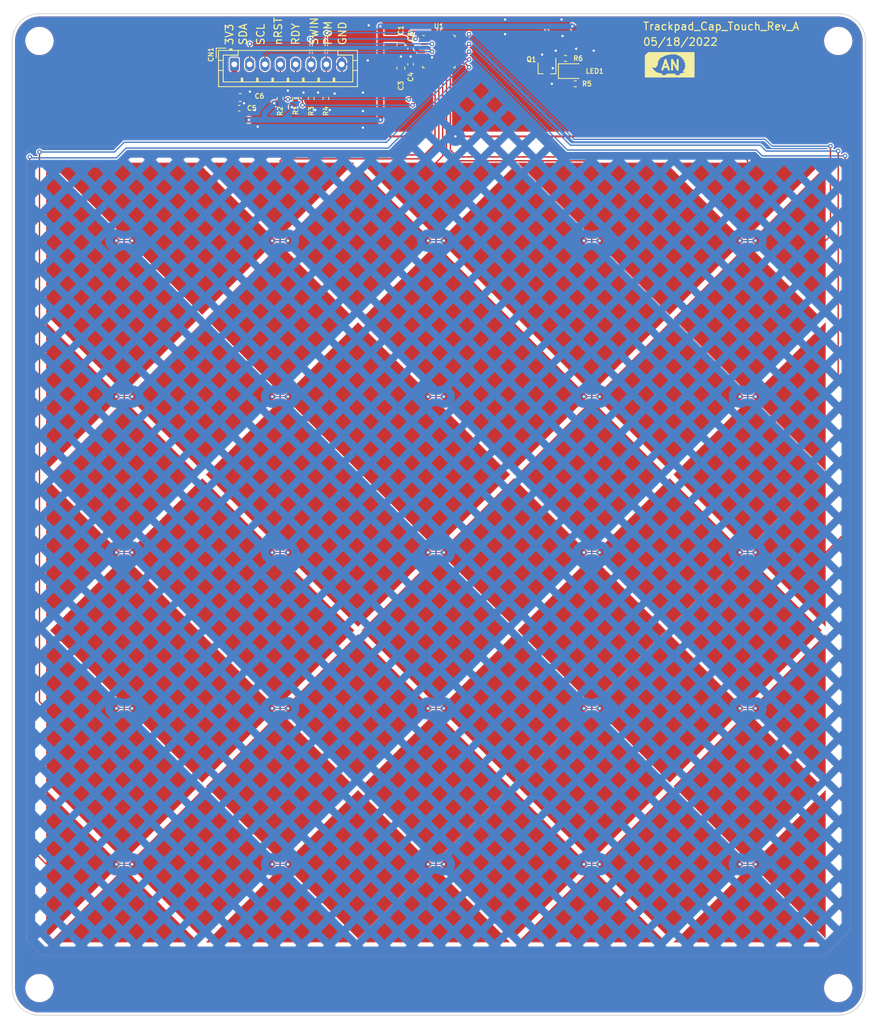
<source format=kicad_pcb>
(kicad_pcb (version 20211014) (generator pcbnew)
  (layers (0 "F.Cu" signal) (31 "B.Cu" signal) (34 "B.Paste" user) (35 "F.Paste" user) (36 "B.SilkS" user "B.Silkscreen") (37 "F.SilkS" user "F.Silkscreen") (38 "B.Mask" user) (39 "F.Mask" user) (44 "Edge.Cuts" user))
  (net 0 "")
  (net 1 "+3V3")
  (net 2 "GND")
  (net 3 "Net-(C3-Pad1)")
  (net 4 "/I2C_SDA")
  (net 5 "/I2C_SCL")
  (net 6 "/CAP_nRST")
  (net 7 "/CAP_RDY")
  (net 8 "/CAP_SWIN")
  (net 9 "/CAP_PGM")
  (net 10 "Net-(LED1-Pad1)")
  (net 11 "Net-(LED1-Pad2)")
  (net 12 "Net-(R6-Pad2)")
  (net 13 "Net-(R6-Pad1)")
  (net 14 "/RX0")
  (net 15 "/RX1")
  (net 16 "/RX2")
  (net 17 "/RX3")
  (net 18 "/RX4")
  (net 19 "/TX0")
  (net 20 "/TX1")
  (net 21 "/TX2")
  (net 22 "/TX3")
  (net 23 "/TX4")
  (footprint "personal:IQS525-BL-QNR_Diamond" (layer "F.Cu") (at 121.285 85.979)
    (fp_text reference "TP37" hide)
    (fp_text value "TestPoint")
  )
  (footprint "personal:IQS525-BL-QNR_Diamond" (layer "F.Cu") (at 100.965 106.299)
    (fp_text reference "TP28" hide)
    (fp_text value "TestPoint")
  )
  (footprint "personal:IQS525-BL-QNR_Diamond" (layer "F.Cu") (at 100.965 65.659)
    (fp_text reference "TP26" hide)
    (fp_text value "TestPoint")
  )
  (footprint "personal:IQS525-BL-QNR_Diamond" (layer "F.Cu") (at 141.605 65.659)
    (fp_text reference "TP56" hide)
    (fp_text value "TestPoint")
  )
  (footprint "Capacitor_SMD:C_0603_1608Metric" (layer "F.Cu") (at 85.598 46.99)
    (fp_text reference "C6")
    (fp_text value "2.2uF")
  )
  (footprint "personal:IQS525-BL-QNR_Side" (layer "F.Cu") (at 60.325 65.659 -90)
    (fp_text reference "TP6" hide)
    (fp_text value "TestPoint")
  )
  (footprint "Capacitor_SMD:C_0603_1608Metric" (layer "F.Cu") (at 106.553 40.132 -90)
    (fp_text reference "C1")
    (fp_text value "2.2uF")
  )
  (footprint "personal:IQS525-BL-QNR_Side" (layer "F.Cu") (at 161.925 126.619 90)
    (fp_text reference "TP49" hide)
    (fp_text value "TestPoint")
  )
  (footprint "Resistor_SMD:R_0402_1005Metric" (layer "F.Cu") (at 129.286 45.212)
    (fp_text reference "R5")
    (fp_text value "1k")
  )
  (footprint "personal:IQS525-BL-QNR_Diamond" (layer "F.Cu") (at 131.445 96.139)
    (fp_text reference "TP24" hide)
    (fp_text value "TestPoint")
  )
  (footprint "personal:IQS525-BL-QNR_Diamond" (layer "F.Cu") (at 151.765 75.819)
    (fp_text reference "TP15" hide)
    (fp_text value "TestPoint")
  )
  (footprint "personal:IQS525-BL-QNR_Diamond" (layer "F.Cu") (at 111.125 75.819)
    (fp_text reference "TP13" hide)
    (fp_text value "TestPoint")
  )
  (footprint "Resistor_SMD:R_0402_1005Metric" (layer "F.Cu") (at 90.805 47.117 -90)
    (fp_text reference "R2")
    (fp_text value "4.7k")
  )
  (footprint "personal:IQS525-BL-QNR_Diamond" (layer "F.Cu") (at 141.605 146.939)
    (fp_text reference "TP60" hide)
    (fp_text value "TestPoint")
  )
  (footprint "Connector_JST:JST_PH_B8B-PH-K_1x08_P2.00mm_Vertical" (layer "F.Cu") (at 84.836 42.672)
    (fp_text reference "CN1")
    (fp_text value "B8B-PH-K-S(LF)(SN)")
  )
  (footprint "LED_SMD:LED_0805_2012Metric" (layer "F.Cu") (at 128.778 43.561)
    (fp_text reference "LED1")
    (fp_text value "NCD0805R1")
  )
  (footprint "Capacitor_SMD:C_0402_1005Metric" (layer "F.Cu") (at 107.823 42.672 90)
    (fp_text reference "C4")
    (fp_text value "0.1uF")
  )
  (footprint "personal:IQS525-BL-QNR_Diamond" (layer "F.Cu") (at 121.285 126.619)
    (fp_text reference "TP39" hide)
    (fp_text value "TestPoint")
  )
  (footprint "personal:IQS525-BL-QNR_Side" (layer "F.Cu") (at 131.445 157.099)
    (fp_text reference "TP44" hide)
    (fp_text value "TestPoint")
  )
  (footprint "personal:IQS525-BL-QNR_Diamond" (layer "F.Cu") (at 80.645 85.979)
    (fp_text reference "TP17" hide)
    (fp_text value "TestPoint")
  )
  (footprint "personal:LogoSmall" (layer "F.Cu") (at 138.43 44.323)
    (fp_text reference "REF**" hide)
    (fp_text value "LogoSmall" hide)
  )
  (footprint "Resistor_SMD:R_0402_1005Metric" (layer "F.Cu") (at 96.774 47.117 90)
    (fp_text reference "R4")
    (fp_text value "4.7k")
  )
  (footprint "personal:IQS525-BL-QNR_Side" (layer "F.Cu") (at 90.805 157.099)
    (fp_text reference "TP42" hide)
    (fp_text value "TestPoint")
  )
  (footprint "personal:IQS525-BL-QNR_Side" (layer "F.Cu") (at 151.765 157.099)
    (fp_text reference "TP45" hide)
    (fp_text value "TestPoint")
  )
  (footprint "personal:IQS525-BL-QNR_Side" (layer "F.Cu") (at 151.765 55.499 180)
    (fp_text reference "TP5" hide)
    (fp_text value "TestPoint")
  )
  (footprint "Capacitor_SMD:C_0402_1005Metric" (layer "F.Cu") (at 85.471 48.387)
    (fp_text reference "C5")
    (fp_text value "0.1uF")
  )
  (footprint "personal:IQS525-BL-QNR_Diamond" (layer "F.Cu") (at 131.445 116.459)
    (fp_text reference "TP34" hide)
    (fp_text value "TestPoint")
  )
  (footprint "personal:IQS525-BL-QNR_Diamond" (layer "F.Cu") (at 141.605 106.299)
    (fp_text reference "TP58" hide)
    (fp_text value "TestPoint")
  )
  (footprint "personal:IQS525-BL-QNR_Diamond" (layer "F.Cu") (at 80.645 146.939)
    (fp_text reference "TP20" hide)
    (fp_text value "TestPoint")
  )
  (footprint "personal:IQS525-BL-QNR_Diamond" (layer "F.Cu") (at 90.805 136.779)
    (fp_text reference "TP52" hide)
    (fp_text value "TestPoint")
  )
  (footprint "personal:IQS525-BL-QNR_Diamond" (layer "F.Cu") (at 131.445 75.819)
    (fp_text reference "TP14" hide)
    (fp_text value "TestPoint")
  )
  (footprint "personal:IQS525-BL-QNR_Diamond" (layer "F.Cu") (at 151.765 116.459)
    (fp_text reference "TP35" hide)
    (fp_text value "TestPoint")
  )
  (footprint "personal:IQS525-BL-QNR_Diamond" (layer "F.Cu") (at 151.765 136.779)
    (fp_text reference "TP55" hide)
    (fp_text value "TestPoint")
  )
  (footprint "personal:IQS525-BL-QNR_Diamond" (layer "F.Cu") (at 141.605 85.979)
    (fp_text reference "TP57" hide)
    (fp_text value "TestPoint")
  )
  (footprint "Resistor_SMD:R_0402_1005Metric" (layer "F.Cu") (at 128.016 41.91 180)
    (fp_text reference "R6")
    (fp_text value "100")
  )
  (footprint "MountingHole:MountingHole_3.2mm_M3_ISO7380" (layer "F.Cu") (at 163.576 39.624)
    (fp_text reference "H2" hide)
    (fp_text value "MountingHole")
  )
  (footprint "personal:IQS525-BL-QNR_Diamond" (layer "F.Cu") (at 80.645 106.299)
    (fp_text reference "TP18" hide)
    (fp_text value "TestPoint")
  )
  (footprint "personal:IQS525-BL-QNR_Diamond" (layer "F.Cu") (at 131.445 136.779)
    (fp_text reference "TP54" hide)
    (fp_text value "TestPoint")
  )
  (footprint "MountingHole:MountingHole_3.2mm_M3_ISO7380" (layer "F.Cu") (at 59.436 163.068)
    (fp_text reference "H1" hide)
    (fp_text value "MountingHole")
  )
  (footprint "personal:IQS525-BL-QNR_Side" (layer "F.Cu") (at 161.925 85.979 90)
    (fp_text reference "TP47" hide)
    (fp_text value "TestPoint")
  )
  (footprint "Resistor_SMD:R_0402_1005Metric" (layer "F.Cu") (at 94.869 47.117 90)
    (fp_text reference "R3")
    (fp_text value "4.7k")
  )
  (footprint "personal:IQS525-BL-QNR_Diamond" (layer "F.Cu") (at 100.965 126.619)
    (fp_text reference "TP29" hide)
    (fp_text value "TestPoint")
  )
  (footprint "personal:IQS525-BL-QNR_Diamond" (layer "F.Cu") (at 111.125 96.139)
    (fp_text reference "TP23" hide)
    (fp_text value "TestPoint")
  )
  (footprint "personal:IQS525-BL-QNR_Side" (layer "F.Cu") (at 70.485 157.099)
    (fp_text reference "TP41" hide)
    (fp_text value "TestPoint")
  )
  (footprint "Package_DFN_QFN:QFN-28_4x4mm_P0.5mm" (layer "F.Cu") (at 111.506 41.021)
    (fp_text reference "U1")
    (fp_text value "IQS525-BL-QNR")
  )
  (footprint "personal:IQS525-BL-QNR_Diamond" (layer "F.Cu") (at 100.965 146.939)
    (fp_text reference "TP30" hide)
    (fp_text value "TestPoint")
  )
  (footprint "personal:IQS525-BL-QNR_Diamond" (layer "F.Cu") (at 80.645 65.659)
    (fp_text reference "TP16" hide)
    (fp_text value "TestPoint")
  )
  (footprint "Resistor_SMD:R_0402_1005Metric" (layer "F.Cu") (at 92.837 47.117 -90)
    (fp_text reference "R1")
    (fp_text value "4.7k")
  )
  (footprint "personal:IQS525-BL-QNR_Diamond" (layer "F.Cu") (at 111.125 116.459)
    (fp_text reference "TP33" hide)
    (fp_text value "TestPoint")
  )
  (footprint "personal:IQS525-BL-QNR_Diamond" (layer "F.Cu") (at 70.485 96.139)
    (fp_text reference "TP21" hide)
    (fp_text value "TestPoint")
  )
  (footprint "personal:IQS525-BL-QNR_Diamond" (layer "F.Cu") (at 121.285 146.939)
    (fp_text reference "TP40" hide)
    (fp_text value "TestPoint")
  )
  (footprint "personal:IQS525-BL-QNR_Diamond" (layer "F.Cu") (at 70.485 136.779)
    (fp_text reference "TP51" hide)
    (fp_text value "TestPoint")
  )
  (footprint "Package_TO_SOT_SMD:SOT-323_SC-70" (layer "F.Cu") (at 125.603 43.18 -90)
    (fp_text reference "Q1")
    (fp_text value "BSS138BKW,115")
  )
  (footprint "personal:IQS525-BL-QNR_Side" (layer "F.Cu") (at 60.325 106.299 -90)
    (fp_text reference "TP8" hide)
    (fp_text value "TestPoint")
  )
  (footprint "personal:IQS525-BL-QNR_Side" (layer "F.Cu") (at 70.485 55.499 180)
    (fp_text reference "TP1" hide)
    (fp_text value "TestPoint")
  )
  (footprint "personal:IQS525-BL-QNR_Side" (layer "F.Cu") (at 161.925 146.939 90)
    (fp_text reference "TP50" hide)
    (fp_text value "TestPoint")
  )
  (footprint "personal:IQS525-BL-QNR_Diamond" (layer "F.Cu") (at 90.805 116.459)
    (fp_text reference "TP32" hide)
    (fp_text value "TestPoint")
  )
  (footprint "personal:IQS525-BL-QNR_Diamond" (layer "F.Cu") (at 141.605 126.619)
    (fp_text reference "TP59" hide)
    (fp_text value "TestPoint")
  )
  (footprint "personal:IQS525-BL-QNR_Side" (layer "F.Cu") (at 111.125 157.099)
    (fp_text reference "TP43" hide)
    (fp_text value "TestPoint")
  )
  (footprint "MountingHole:MountingHole_3.2mm_M3_ISO7380" (layer "F.Cu") (at 163.576 163.068 180)
    (fp_text reference "H4" hide)
    (fp_text value "MountingHole")
  )
  (footprint "personal:IQS525-BL-QNR_Diamond" (layer "F.Cu") (at 70.485 75.819)
    (fp_text reference "TP11" hide)
    (fp_text value "TestPoint")
  )
  (footprint "personal:IQS525-BL-QNR_Diamond" (layer "F.Cu") (at 151.765 96.139)
    (fp_text reference "TP25" hide)
    (fp_text value "TestPoint")
  )
  (footprint "personal:IQS525-BL-QNR_Diamond" (layer "F.Cu") (at 100.965 85.979)
    (fp_text reference "TP27" hide)
    (fp_text value "TestPoint")
  )
  (footprint "personal:IQS525-BL-QNR_Diamond" (layer "F.Cu") (at 121.285 65.659)
    (fp_text reference "TP36" hide)
    (fp_text value "TestPoint")
  )
  (footprint "MountingHole:MountingHole_3.2mm_M3_ISO7380" (layer "F.Cu") (at 59.436 39.624)
    (fp_text reference "H3" hide)
    (fp_text value "MountingHole")
  )
  (footprint "personal:IQS525-BL-QNR_Diamond" (layer "F.Cu") (at 80.645 126.619)
    (fp_text reference "TP19" hide)
    (fp_text value "TestPoint")
  )
  (footprint "personal:IQS525-BL-QNR_Side" (layer "F.Cu") (at 161.925 106.299 90)
    (fp_text reference "TP48" hide)
    (fp_text value "TestPoint")
  )
  (footprint "personal:IQS525-BL-QNR_Diamond" (layer "F.Cu") (at 111.125 136.779)
    (fp_text reference "TP53" hide)
    (fp_text value "TestPoint")
  )
  (footprint "personal:IQS525-BL-QNR_Side" (layer "F.Cu") (at 131.445 55.499 180)
    (fp_text reference "TP4" hide)
    (fp_text value "TestPoint")
  )
  (footprint "personal:IQS525-BL-QNR_Diamond" (layer "F.Cu") (at 90.805 96.139)
    (fp_text reference "TP22" hide)
    (fp_text value "TestPoint")
  )
  (footprint "personal:IQS525-BL-QNR_Side" (layer "F.Cu") (at 60.325 85.979 -90)
    (fp_text reference "TP7" hide)
    (fp_text value "TestPoint")
  )
  (footprint "personal:IQS525-BL-QNR_Side" (layer "F.Cu") (at 111.125 55.499 180)
    (fp_text reference "TP3" hide)
    (fp_text value "TestPoint")
  )
  (footprint "personal:IQS525-BL-QNR_Side" (layer "F.Cu") (at 60.325 146.939 -90)
    (fp_text reference "TP10" hide)
    (fp_text value "TestPoint")
  )
  (footprint "personal:IQS525-BL-QNR_Side" (layer "F.Cu") (at 60.325 126.619 -90)
    (fp_text reference "TP9" hide)
    (fp_text value "TestPoint")
  )
  (footprint "Capacitor_SMD:C_0402_1005Metric" (layer "F.Cu") (at 107.823 40.64 -90)
    (fp_text reference "C2")
    (fp_text value "0.1uF")
  )
  (footprint "personal:IQS525-BL-QNR_Diamond" (layer "F.Cu") (at 70.485 116.459)
    (fp_text reference "TP31" hide)
    (fp_text value "TestPoint")
  )
  (footprint "personal:IQS525-BL-QNR_Diamond" (layer "F.Cu") (at 121.285 106.299)
    (fp_text reference "TP38" hide)
    (fp_text value "TestPoint")
  )
  (footprint "personal:IQS525-BL-QNR_Side" (layer "F.Cu") (at 90.805 55.499 180)
    (fp_text reference "TP2" hide)
    (fp_text value "TestPoint")
  )
  (footprint "personal:IQS525-BL-QNR_Diamond" (layer "F.Cu") (at 90.805 75.819)
    (fp_text reference "TP12" hide)
    (fp_text value "TestPoint")
  )
  (footprint "personal:IQS525-BL-QNR_Side" (layer "F.Cu") (at 161.925 65.659 90)
    (fp_text reference "TP46" hide)
    (fp_text value "TestPoint")
  )
  (footprint "Capacitor_SMD:C_0603_1608Metric" (layer "F.Cu") (at 106.553 43.18 90)
    (fp_text reference "C3")
    (fp_text value "2.2uF")
  )
  (gr_line (start 163.576 166.624) (end 59.436 166.624) (layer "Edge.Cuts") (width 0.1))
  (gr_arc (start 55.879999 39.623999) (mid 56.921528 37.109528) (end 59.435999 36.067999) (layer "Edge.Cuts") (width 0.1))
  (gr_arc (start 163.576001 36.067999) (mid 166.090472 37.109528) (end 167.132001 39.623999) (layer "Edge.Cuts") (width 0.1))
  (gr_line (start 55.88 163.068) (end 55.879999 39.623999) (layer "Edge.Cuts") (width 0.1))
  (gr_line (start 59.435999 36.067999) (end 147.828 36.068) (layer "Edge.Cuts") (width 0.1))
  (gr_arc (start 59.436 166.624) (mid 56.921529 165.582471) (end 55.88 163.068) (layer "Edge.Cuts") (width 0.1))
  (gr_line (start 167.132001 39.623999) (end 167.132 163.068) (layer "Edge.Cuts") (width 0.1))
  (gr_line (start 147.828 36.068) (end 163.576001 36.067999) (layer "Edge.Cuts") (width 0.1))
  (gr_arc (start 167.132 163.068) (mid 166.090472 165.582472) (end 163.576 166.624) (layer "Edge.Cuts") (width 0.1))
  (gr_text "GND" (at 98.933 40.259 90) (layer "F.SilkS") (effects (font (size 1 1)) (justify left)))
  (gr_text "RDY" (at 92.837 40.259 90) (layer "F.SilkS") (effects (font (size 1 1)) (justify left)))
  (gr_text "nRST" (at 90.551 40.259 90) (layer "F.SilkS") (effects (font (size 1 1)) (justify left)))
  (gr_text "PGM" (at 97.028 40.259 90) (layer "F.SilkS") (effects (font (size 1 1)) (justify left)))
  (gr_text "Trackpad_Cap_Touch_Rev_A" (at 138.049 37.719) (layer "F.SilkS") (effects (font (size 1 1)) (justify left)))
  (gr_text "SDA" (at 85.979 40.259 90) (layer "F.SilkS") (effects (font (size 1 1)) (justify left)))
  (gr_text "SWIN" (at 95.25 40.259 90) (layer "F.SilkS") (effects (font (size 1 1)) (justify left)))
  (gr_text "SCL" (at 88.265 40.259 90) (layer "F.SilkS") (effects (font (size 1 1)) (justify left)))
  (gr_text "3V3" (at 84.201 40.259 90) (layer "F.SilkS") (effects (font (size 1 1)) (justify left)))
  (gr_text "05/18/2022" (at 138.049 39.751) (layer "F.SilkS") (effects (font (size 1 1)) (justify left)))
  (segment (start 90.68 47.752) (end 90.805 47.627) (width 0.762) (layer "F.Cu") (net 1))
  (segment (start 129.159 46.482) (end 128.776 46.099) (width 0.762) (layer "F.Cu") (net 1))
  (segment (start 128.776 46.099) (end 128.776 45.212) (width 0.762) (layer "F.Cu") (net 1))
  (segment (start 106.54 39.37) (end 106.553 39.357) (width 0.762) (layer "F.Cu") (net 1))
  (segment (start 128.905 37.719) (end 130.73592 39.54992) (width 0.762) (layer "F.Cu") (net 1))
  (segment (start 103.886 49.911) (end 103.886 39.37) (width 0.762) (layer "F.Cu") (net 1))
  (segment (start 109.5685 41.021) (end 108.839 41.021) (width 0.381) (layer "F.Cu") (net 1))
  (segment (start 84.836 46.977) (end 84.823 46.99) (width 0.762) (layer "F.Cu") (net 1))
  (segment (start 130.73592 39.54992) (end 130.73592 45.79408) (width 0.762) (layer "F.Cu") (net 1))
  (segment (start 84.991 48.387) (end 84.991 48.688652) (width 0.762) (layer "F.Cu") (net 1))
  (segment (start 84.836 42.672) (end 84.836 46.977) (width 0.762) (layer "F.Cu") (net 1))
  (segment (start 84.823 46.99) (end 84.823 48.219) (width 0.762) (layer "F.Cu") (net 1))
  (segment (start 107.02 39.357) (end 107.823 40.16) (width 0.762) (layer "F.Cu") (net 1))
  (segment (start 92.329 48.135) (end 92.837 47.627) (width 0.762) (layer "F.Cu") (net 1))
  (segment (start 130.73592 45.79408) (end 130.048 46.482) (width 0.762) (layer "F.Cu") (net 1))
  (segment (start 107.978 40.16) (end 107.823 40.16) (width 0.381) (layer "F.Cu") (net 1))
  (segment (start 108.839 41.021) (end 107.978 40.16) (width 0.381) (layer "F.Cu") (net 1))
  (segment (start 103.886 39.37) (end 103.886 37.719) (width 0.762) (layer "F.Cu") (net 1))
  (segment (start 92.329 48.26) (end 92.329 48.135) (width 0.762) (layer "F.Cu") (net 1))
  (segment (start 90.043 47.752) (end 90.68 47.752) (width 0.762) (layer "F.Cu") (net 1))
  (segment (start 84.991 48.688652) (end 86.213348 49.911) (width 0.762) (layer "F.Cu") (net 1))
  (segment (start 130.048 46.482) (end 129.159 46.482) (width 0.762) (layer "F.Cu") (net 1))
  (segment (start 86.213348 49.911) (end 86.741 49.911) (width 0.762) (layer "F.Cu") (net 1))
  (segment (start 106.553 39.357) (end 107.02 39.357) (width 0.762) (layer "F.Cu") (net 1))
  (segment (start 84.823 48.219) (end 84.991 48.387) (width 0.762) (layer "F.Cu") (net 1))
  (segment (start 103.886 39.37) (end 106.54 39.37) (width 0.762) (layer "F.Cu") (net 1))
  (via (at 90.043 47.752) (size 0.6) (drill 0.3) (layers "F.Cu" "B.Cu") (net 1))
  (via (at 86.741 49.911) (size 0.6) (drill 0.3) (layers "F.Cu" "B.Cu") (net 1))
  (via (at 103.886 49.911) (size 0.6) (drill 0.3) (layers "F.Cu" "B.Cu") (net 1))
  (via (at 128.905 37.719) (size 0.6) (drill 0.3) (layers "F.Cu" "B.Cu") (net 1))
  (via (at 103.886 37.719) (size 0.6) (drill 0.3) (layers "F.Cu" "B.Cu") (net 1))
  (via (at 92.329 48.26) (size 0.6) (drill 0.3) (layers "F.Cu" "B.Cu") (net 1))
  (segment (start 88.773 49.022) (end 90.043 47.752) (width 0.762) (layer "B.Cu") (net 1))
  (segment (start 88.773 49.911) (end 91.313 49.911) (width 0.762) (layer "B.Cu") (net 1))
  (segment (start 91.313 49.911) (end 103.886 49.911) (width 0.762) (layer "B.Cu") (net 1))
  (segment (start 91.313 49.911) (end 92.329 48.895) (width 0.762) (layer "B.Cu") (net 1))
  (segment (start 103.886 37.719) (end 128.905 37.719) (width 0.762) (layer "B.Cu") (net 1))
  (segment (start 88.773 49.911) (end 88.773 49.022) (width 0.762) (layer "B.Cu") (net 1))
  (segment (start 92.329 48.895) (end 92.329 48.26) (width 0.762) (layer "B.Cu") (net 1))
  (segment (start 86.741 49.911) (end 88.773 49.911) (width 0.762) (layer "B.Cu") (net 1))
  (segment (start 165.735 155.575) (end 161.925 159.385) (width 0.254) (layer "F.Cu") (net 2))
  (segment (start 113.665 52.07) (end 163.195 52.07) (width 0.254) (layer "F.Cu") (net 2))
  (segment (start 57.15 53.975) (end 59.055 52.07) (width 0.254) (layer "F.Cu") (net 2))
  (segment (start 59.055 52.07) (end 109.855 52.07) (width 0.254) (layer "F.Cu") (net 2))
  (segment (start 113.665 52.07) (end 113.665 51.054) (width 0.254) (layer "F.Cu") (net 2))
  (segment (start 57.15 156.845) (end 57.15 53.975) (width 0.254) (layer "F.Cu") (net 2))
  (segment (start 161.925 159.385) (end 59.69 159.385) (width 0.254) (layer "F.Cu") (net 2))
  (segment (start 165.735 54.61) (end 165.735 155.575) (width 0.254) (layer "F.Cu") (net 2))
  (segment (start 59.69 159.385) (end 57.15 156.845) (width 0.254) (layer "F.Cu") (net 2))
  (segment (start 163.195 52.07) (end 165.735 54.61) (width 0.254) (layer "F.Cu") (net 2))
  (via (at 93.853 46.355) (size 0.6) (drill 0.3) (layers "F.Cu" "B.Cu") (net 2))
  (via (at 97.282 48.641) (size 0.6) (drill 0.3) (layers "F.Cu" "B.Cu") (net 2))
  (via (at 87.884 50.8) (size 0.6) (drill 0.3) (layers "F.Cu" "B.Cu") (net 2))
  (via (at 95.377 48.641) (size 0.6) (drill 0.3) (layers "F.Cu" "B.Cu") (net 2))
  (via (at 127.508 36.83) (size 0.6) (drill 0.3) (layers "F.Cu" "B.Cu") (net 2))
  (via (at 87.503 48.641) (size 0.6) (drill 0.3) (layers "F.Cu" "B.Cu") (net 2))
  (via (at 131.699 40.894) (size 0.6) (drill 0.3) (layers "F.Cu" "B.Cu") (net 2))
  (via (at 86.106 47.752) (size 0.6) (drill 0.3) (layers "F.Cu" "B.Cu") (net 2))
  (via (at 97.917 46.482) (size 0.6) (drill 0.3) (layers "F.Cu" "B.Cu") (net 2))
  (via (at 107.823 41.656) (size 0.6) (drill 0.3) (layers "F.Cu" "B.Cu") (net 2))
  (via (at 113.665 52.07) (size 0.6) (drill 0.3) (layers "F.Cu" "B.Cu") (net 2))
  (via (at 95.758 46.355) (size 0.6) (drill 0.3) (layers "F.Cu" "B.Cu") (net 2))
  (via (at 91.821 46.101) (size 0.6) (drill 0.3) (layers "F.Cu" "B.Cu") (net 2))
  (via (at 126.238 45.212) (size 0.6) (drill 0.3) (layers "F.Cu" "B.Cu") (net 2))
  (via (at 102.362 37.592) (size 0.6) (drill 0.3) (layers "F.Cu" "B.Cu") (net 2))
  (via (at 101.6 50.927) (size 0.6) (drill 0.3) (layers "F.Cu" "B.Cu") (net 2))
  (via (at 126.746 40.894) (size 0.6) (drill 0.3) (layers "F.Cu" "B.Cu") (net 2))
  (via (at 106.553 41.656) (size 0.6) (drill 0.3) (layers "F.Cu" "B.Cu") (net 2))
  (via (at 126.365 43.18) (size 0.6) (drill 0.3) (layers "F.Cu" "B.Cu") (net 2))
  (via (at 124.968 41.402) (size 0.6) (drill 0.3) (layers "F.Cu" "B.Cu") (net 2))
  (via (at 127.635 38.989) (size 0.6) (drill 0.3) (layers "F.Cu" "B.Cu") (net 2))
  (via (at 120.142 36.83) (size 0.6) (drill 0.3) (layers "F.Cu" "B.Cu") (net 2))
  (via (at 102.235 42.164) (size 0.6) (drill 0.3) (layers "F.Cu" "B.Cu") (net 2))
  (via (at 120.142 38.735) (size 0.6) (drill 0.3) (layers "F.Cu" "B.Cu") (net 2))
  (via (at 129.413 40.64) (size 0.6) (drill 0.3) (layers "F.Cu" "B.Cu") (net 2))
  (via (at 101.6 48.768) (size 0.6) (drill 0.3) (layers "F.Cu" "B.Cu") (net 2))
  (via (at 110.617 41.783) (size 0.6) (drill 0.3) (layers "F.Cu" "B.Cu") (net 2))
  (via (at 86.868 46.228) (size 0.6) (drill 0.3) (layers "F.Cu" "B.Cu") (net 2))
  (via (at 101.6 46.355) (size 0.6) (drill 0.3) (layers "F.Cu" "B.Cu") (net 2))
  (segment (start 109.5685 42.021) (end 108.855 42.021) (width 0.1778) (layer "F.Cu") (net 3))
  (segment (start 107.356 43.152) (end 106.553 43.955) (width 0.1778) (layer "F.Cu") (net 3))
  (segment (start 108.855 42.021) (end 107.823 43.053) (width 0.1778) (layer "F.Cu") (net 3))
  (segment (start 107.823 43.053) (end 107.823 43.152) (width 0.1778) (layer "F.Cu") (net 3))
  (segment (start 107.823 43.152) (end 107.356 43.152) (width 0.1778) (layer "F.Cu") (net 3))
  (segment (start 86.836 40.037) (end 86.836 42.672) (width 0.1778) (layer "F.Cu") (net 4))
  (segment (start 109.5685 40.021) (end 110.601 40.021) (width 0.1778) (layer "F.Cu") (net 4))
  (segment (start 110.601 40.021) (end 110.617 40.005) (width 0.1778) (layer "F.Cu") (net 4))
  (segment (start 86.868 40.005) (end 86.836 40.037) (width 0.1778) (layer "F.Cu") (net 4))
  (via (at 110.617 40.005) (size 0.6) (drill 0.3) (layers "F.Cu" "B.Cu") (net 4))
  (via (at 86.868 40.005) (size 0.6) (drill 0.3) (layers "F.Cu" "B.Cu") (net 4))
  (segment (start 110.617 40.005) (end 86.868 40.005) (width 0.1778) (layer "B.Cu") (net 4))
  (segment (start 109.5685 40.521) (end 110.117 40.521) (width 0.1778) (layer "F.Cu") (net 5))
  (segment (start 110.117 40.521) (end 110.617 41.021) (width 0.1778) (layer "F.Cu") (net 5))
  (via (at 110.617 41.021) (size 0.6) (drill 0.3) (layers "F.Cu" "B.Cu") (net 5))
  (segment (start 88.836 41.466) (end 88.836 42.672) (width 0.1778) (layer "B.Cu") (net 5))
  (segment (start 110.617 41.021) (end 89.281 41.021) (width 0.1778) (layer "B.Cu") (net 5))
  (segment (start 89.281 41.021) (end 88.836 41.466) (width 0.1778) (layer "B.Cu") (net 5))
  (segment (start 109.5085 45.3045) (end 107.569 47.244) (width 0.1778) (layer "F.Cu") (net 6))
  (segment (start 91.821 47.244) (end 91.442 47.244) (width 0.1778) (layer "F.Cu") (net 6))
  (segment (start 109.5085 42.521) (end 109.5085 45.3045) (width 0.1778) (layer "F.Cu") (net 6))
  (segment (start 91.442 47.244) (end 90.805 46.607) (width 0.1778) (layer "F.Cu") (net 6))
  (segment (start 90.836 46.576) (end 90.805 46.607) (width 0.1778) (layer "F.Cu") (net 6))
  (segment (start 90.836 42.672) (end 90.836 46.576) (width 0.1778) (layer "F.Cu") (net 6))
  (via (at 107.569 47.244) (size 0.6) (drill 0.3) (layers "F.Cu" "B.Cu") (net 6))
  (via (at 91.821 47.244) (size 0.6) (drill 0.3) (layers "F.Cu" "B.Cu") (net 6))
  (segment (start 107.569 47.244) (end 91.821 47.244) (width 0.1778) (layer "B.Cu") (net 6))
  (segment (start 92.837 46.607) (end 92.836 46.606) (width 0.1778) (layer "F.Cu") (net 7))
  (segment (start 93.726 47.496) (end 92.837 46.607) (width 0.1778) (layer "F.Cu") (net 7))
  (segment (start 110.006 46.077) (end 108.077 48.006) (width 0.1778) (layer "F.Cu") (net 7))
  (segment (start 93.726 48.006) (end 93.726 47.496) (width 0.1778) (layer "F.Cu") (net 7))
  (segment (start 110.006 43.0185) (end 110.006 46.077) (width 0.1778) (layer "F.Cu") (net 7))
  (segment (start 92.836 46.606) (end 92.836 42.672) (width 0.1778) (layer "F.Cu") (net 7))
  (via (at 93.726 48.006) (size 0.6) (drill 0.3) (layers "F.Cu" "B.Cu") (net 7))
  (via (at 108.077 48.006) (size 0.6) (drill 0.3) (layers "F.Cu" "B.Cu") (net 7))
  (segment (start 93.726 48.006) (end 108.077 48.006) (width 0.1778) (layer "B.Cu") (net 7))
  (segment (start 94.836 39.464) (end 94.836 42.672) (width 0.1778) (layer "F.Cu") (net 8))
  (segment (start 94.742 39.37) (end 94.836 39.464) (width 0.1778) (layer "F.Cu") (net 8))
  (segment (start 108.458 39.37) (end 108.8045 39.0235) (width 0.1778) (layer "F.Cu") (net 8))
  (segment (start 94.836 46.574) (end 94.869 46.607) (width 0.1778) (layer "F.Cu") (net 8))
  (segment (start 94.836 42.672) (end 94.836 46.574) (width 0.1778) (layer "F.Cu") (net 8))
  (segment (start 108.8045 39.0235) (end 110.006 39.0235) (width 0.1778) (layer "F.Cu") (net 8))
  (via (at 94.742 39.37) (size 0.6) (drill 0.3) (layers "F.Cu" "B.Cu") (net 8))
  (via (at 108.458 39.37) (size 0.6) (drill 0.3) (layers "F.Cu" "B.Cu") (net 8))
  (segment (start 94.742 39.37) (end 108.458 39.37) (width 0.1778) (layer "B.Cu") (net 8))
  (segment (start 96.901 38.608) (end 96.836 38.673) (width 0.1778) (layer "F.Cu") (net 9))
  (segment (start 110.506 38.497) (end 110.363 38.354) (width 0.1778) (layer "F.Cu") (net 9))
  (segment (start 96.836 46.545) (end 96.774 46.607) (width 0.1778) (layer "F.Cu") (net 9))
  (segment (start 110.363 38.354) (end 108.1479 38.354) (width 0.1778) (layer "F.Cu") (net 9))
  (segment (start 108.1479 38.354) (end 107.95 38.5519) (width 0.1778) (layer "F.Cu") (net 9))
  (segment (start 96.836 38.673) (end 96.836 42.672) (width 0.1778) (layer "F.Cu") (net 9))
  (segment (start 96.836 42.672) (end 96.836 46.545) (width 0.1778) (layer "F.Cu") (net 9))
  (segment (start 110.506 39.0835) (end 110.506 38.497) (width 0.1778) (layer "F.Cu") (net 9))
  (via (at 107.95 38.5519) (size 0.6) (drill 0.3) (layers "F.Cu" "B.Cu") (net 9))
  (via (at 96.901 38.608) (size 0.6) (drill 0.3) (layers "F.Cu" "B.Cu") (net 9))
  (segment (start 107.95 38.5519) (end 96.9571 38.5519) (width 0.1778) (layer "B.Cu") (net 9))
  (segment (start 96.9571 38.5519) (end 96.901 38.608) (width 0.1778) (layer "B.Cu") (net 9))
  (segment (start 127.2215 44.18) (end 127.8405 43.561) (width 0.1778) (layer "F.Cu") (net 10))
  (segment (start 125.603 44.18) (end 127.2215 44.18) (width 0.1778) (layer "F.Cu") (net 10))
  (segment (start 129.7155 43.561) (end 129.7155 45.1315) (width 0.1778) (layer "F.Cu") (net 11))
  (segment (start 129.7155 45.1315) (end 129.796 45.212) (width 0.1778) (layer "F.Cu") (net 11))
  (segment (start 127.506 41.91) (end 126.523 41.91) (width 0.1778) (layer "F.Cu") (net 12))
  (segment (start 126.523 41.91) (end 126.253 42.18) (width 0.1778) (layer "F.Cu") (net 12))
  (segment (start 125.222 37.846) (end 128.526 41.15) (width 0.1778) (layer "F.Cu") (net 13))
  (segment (start 111.877041 37.846) (end 125.222 37.846) (width 0.1778) (layer "F.Cu") (net 13))
  (segment (start 111.006 39.0835) (end 111.006 38.717041) (width 0.1778) (layer "F.Cu") (net 13))
  (segment (start 111.006 38.717041) (end 111.877041 37.846) (width 0.1778) (layer "F.Cu") (net 13))
  (segment (start 128.526 41.15) (end 128.526 41.91) (width 0.1778) (layer "F.Cu") (net 13))
  (segment (start 70.485 55.372) (end 70.485 156.972) (width 0.1778) (layer "F.Cu") (net 14))
  (segment (start 71.501 54.483) (end 70.485 55.499) (width 0.1778) (layer "F.Cu") (net 14))
  (segment (start 111.006 53.078) (end 109.601 54.483) (width 0.1778) (layer "F.Cu") (net 14))
  (segment (start 109.601 54.483) (end 71.501 54.483) (width 0.1778) (layer "F.Cu") (net 14))
  (segment (start 111.006 42.9585) (end 111.006 53.078) (width 0.1778) (layer "F.Cu") (net 14))
  (segment (start 111.506 53.594) (end 110.109 54.991) (width 0.1778) (layer "F.Cu") (net 15))
  (segment (start 110.109 54.991) (end 91.059 54.991) (width 0.1778) (layer "F.Cu") (net 15))
  (segment (start 111.506 42.9585) (end 111.506 53.594) (width 0.1778) (layer "F.Cu") (net 15))
  (segment (start 91.059 54.991) (end 90.805 55.245) (width 0.1778) (layer "F.Cu") (net 15))
  (segment (start 90.805 55.245) (end 90.805 156.845) (width 0.1778) (layer "F.Cu") (net 15))
  (segment (start 111.125 55.499) (end 111.125 75.819) (width 0.1778) (layer "F.Cu") (net 16))
  (segment (start 111.125 75.819) (end 111.125 96.139) (width 0.1778) (layer "F.Cu") (net 16))
  (segment (start 111.125 95.885) (end 111.125 156.845) (width 0.1778) (layer "F.Cu") (net 16))
  (segment (start 112.006 42.9585) (end 112.006 54.618) (width 0.1778) (layer "F.Cu") (net 16))
  (segment (start 112.006 54.618) (end 111.125 55.499) (width 0.1778) (layer "F.Cu") (net 16))
  (segment (start 112.506 42.9585) (end 112.506 54.34) (width 0.1778) (layer "F.Cu") (net 17))
  (segment (start 112.506 54.34) (end 113.411 55.245) (width 0.1778) (layer "F.Cu") (net 17))
  (segment (start 131.191 55.245) (end 131.445 55.499) (width 0.1778) (layer "F.Cu") (net 17))
  (segment (start 131.445 55.499) (end 131.445 156.845) (width 0.1778) (layer "F.Cu") (net 17))
  (segment (start 113.411 55.245) (end 131.191 55.245) (width 0.1778) (layer "F.Cu") (net 17))
  (segment (start 113.006 53.824) (end 113.919 54.737) (width 0.1778) (layer "F.Cu") (net 18))
  (segment (start 151.765 55.245) (end 151.765 156.845) (width 0.1778) (layer "F.Cu") (net 18))
  (segment (start 151.257 54.737) (end 151.765 55.245) (width 0.1778) (layer "F.Cu") (net 18))
  (segment (start 113.006 43.0185) (end 113.006 53.824) (width 0.1778) (layer "F.Cu") (net 18))
  (segment (start 113.919 54.737) (end 151.257 54.737) (width 0.1778) (layer "F.Cu") (net 18))
  (segment (start 115.443 38.735) (end 115.443 38.887959) (width 0.1778) (layer "F.Cu") (net 19))
  (segment (start 162.56 53.34) (end 162.56 65.024) (width 0.1778) (layer "F.Cu") (net 19))
  (segment (start 113.809959 40.521) (end 113.4435 40.521) (width 0.1778) (layer "F.Cu") (net 19))
  (segment (start 162.56 65.024) (end 161.925 65.659) (width 0.1778) (layer "F.Cu") (net 19))
  (segment (start 115.443 38.887959) (end 113.809959 40.521) (width 0.1778) (layer "F.Cu") (net 19))
  (via (at 71.501 65.659) (size 0.6) (drill 0.3) (layers "F.Cu" "B.Cu") (net 19))
  (via (at 162.56 53.34) (size 0.6) (drill 0.3) (layers "F.Cu" "B.Cu") (net 19))
  (via (at 115.443 38.735) (size 0.6) (drill 0.3) (layers "F.Cu" "B.Cu") (net 19))
  (via (at 150.749 65.659) (size 0.6) (drill 0.3) (layers "F.Cu" "B.Cu") (net 19))
  (via (at 112.141 65.659) (size 0.6) (drill 0.3) (layers "F.Cu" "B.Cu") (net 19))
  (via (at 130.429 65.659) (size 0.6) (drill 0.3) (layers "F.Cu" "B.Cu") (net 19))
  (via (at 132.461 65.659) (size 0.6) (drill 0.3) (layers "F.Cu" "B.Cu") (net 19))
  (via (at 89.789 65.659) (size 0.6) (drill 0.3) (layers "F.Cu" "B.Cu") (net 19))
  (via (at 110.109 65.659) (size 0.6) (drill 0.3) (layers "F.Cu" "B.Cu") (net 19))
  (via (at 69.469 65.659) (size 0.6) (drill 0.3) (layers "F.Cu" "B.Cu") (net 19))
  (via (at 91.821 65.659) (size 0.6) (drill 0.3) (layers "F.Cu" "B.Cu") (net 19))
  (via (at 152.781 65.659) (size 0.6) (drill 0.3) (layers "F.Cu" "B.Cu") (net 19))
  (segment (start 129.159 52.451) (end 115.443 38.735) (width 0.1778) (layer "B.Cu") (net 19))
  (segment (start 150.749 65.659) (end 152.781 65.659) (width 0.1778) (layer "B.Cu") (net 19))
  (segment (start 89.789 65.659) (end 91.821 65.659) (width 0.1778) (layer "B.Cu") (net 19))
  (segment (start 130.429 65.659) (end 132.461 65.659) (width 0.1778) (layer "B.Cu") (net 19))
  (segment (start 154.94 53.34) (end 154.051 52.451) (width 0.1778) (layer "B.Cu") (net 19))
  (segment (start 154.051 52.451) (end 129.159 52.451) (width 0.1778) (layer "B.Cu") (net 19))
  (segment (start 110.109 65.659) (end 112.141 65.659) (width 0.1778) (layer "B.Cu") (net 19))
  (segment (start 162.56 53.34) (end 154.94 53.34) (width 0.1778) (layer "B.Cu") (net 19))
  (segment (start 69.469 65.659) (end 71.501 65.659) (width 0.1778) (layer "B.Cu") (net 19))
  (segment (start 114.427 41.021) (end 113.4435 41.021) (width 0.1778) (layer "F.Cu") (net 20))
  (segment (start 163.576 84.328) (end 161.925 85.979) (width 0.1778) (layer "F.Cu") (net 20))
  (segment (start 163.576 53.975) (end 163.576 84.328) (width 0.1778) (layer "F.Cu") (net 20))
  (segment (start 115.443 40.005) (end 114.427 41.021) (width 0.1778) (layer "F.Cu") (net 20))
  (via (at 110.109 85.979) (size 0.6) (drill 0.3) (layers "F.Cu" "B.Cu") (net 20))
  (via (at 91.821 85.979) (size 0.6) (drill 0.3) (layers "F.Cu" "B.Cu") (net 20))
  (via (at 69.469 85.979) (size 0.6) (drill 0.3) (layers "F.Cu" "B.Cu") (net 20))
  (via (at 132.461 85.979) (size 0.6) (drill 0.3) (layers "F.Cu" "B.Cu") (net 20))
  (via (at 152.781 85.979) (size 0.6) (drill 0.3) (layers "F.Cu" "B.Cu") (net 20))
  (via (at 150.749 85.979) (size 0.6) (drill 0.3) (layers "F.Cu" "B.Cu") (net 20))
  (via (at 115.443 40.005) (size 0.6) (drill 0.3) (layers "F.Cu" "B.Cu") (net 20))
  (via (at 89.789 85.979) (size 0.6) (drill 0.3) (layers "F.Cu" "B.Cu") (net 20))
  (via (at 130.429 85.979) (size 0.6) (drill 0.3) (layers "F.Cu" "B.Cu") (net 20))
  (via (at 112.141 85.979) (size 0.6) (drill 0.3) (layers "F.Cu" "B.Cu") (net 20))
  (via (at 71.501 85.979) (size 0.6) (drill 0.3) (layers "F.Cu" "B.Cu") (net 20))
  (via (at 163.576 53.975) (size 0.6) (drill 0.3) (layers "F.Cu" "B.Cu") (net 20))
  (segment (start 153.416 53.213) (end 128.651 53.213) (width 0.1778) (layer "B.Cu") (net 20))
  (segment (start 130.429 85.979) (end 132.461 85.979) (width 0.1524) (layer "B.Cu") (net 20))
  (segment (start 128.651 53.213) (end 115.443 40.005) (width 0.1778) (layer "B.Cu") (net 20))
  (segment (start 154.178 53.975) (end 153.416 53.213) (width 0.1778) (layer "B.Cu") (net 20))
  (segment (start 69.469 85.979) (end 71.501 85.979) (width 0.1524) (layer "B.Cu") (net 20))
  (segment (start 152.781 85.979) (end 150.749 85.979) (width 0.1524) (layer "B.Cu") (net 20))
  (segment (start 163.576 53.975) (end 154.178 53.975) (width 0.1778) (layer "B.Cu") (net 20))
  (segment (start 110.109 85.979) (end 112.141 85.979) (width 0.1524) (layer "B.Cu") (net 20))
  (segment (start 89.789 85.979) (end 91.821 85.979) (width 0.1524) (layer "B.Cu") (net 20))
  (segment (start 164.465 103.759) (end 161.925 106.299) (width 0.1778) (layer "F.Cu") (net 21))
  (segment (start 164.465 54.61) (end 164.465 103.759) (width 0.1778) (layer "F.Cu") (net 21))
  (segment (start 114.943 41.521) (end 113.4435 41.521) (width 0.1778) (layer "F.Cu") (net 21))
  (segment (start 115.443 41.021) (end 114.943 41.521) (width 0.1778) (layer "F.Cu") (net 21))
  (via (at 91.821 106.299) (size 0.6) (drill 0.3) (layers "F.Cu" "B.Cu") (net 21))
  (via (at 112.141 106.299) (size 0.6) (drill 0.3) (layers "F.Cu" "B.Cu") (net 21))
  (via (at 164.465 54.61) (size 0.6) (drill 0.3) (layers "F.Cu" "B.Cu") (net 21))
  (via (at 69.469 106.299) (size 0.6) (drill 0.3) (layers "F.Cu" "B.Cu") (net 21))
  (via (at 110.109 106.299) (size 0.6) (drill 0.3) (layers "F.Cu" "B.Cu") (net 21))
  (via (at 152.781 106.299) (size 0.6) (drill 0.3) (layers "F.Cu" "B.Cu") (net 21))
  (via (at 115.443 41.021) (size 0.6) (drill 0.3) (layers "F.Cu" "B.Cu") (net 21))
  (via (at 150.749 106.299) (size 0.6) (drill 0.3) (layers "F.Cu" "B.Cu") (net 21))
  (via (at 130.429 106.299) (size 0.6) (drill 0.3) (layers "F.Cu" "B.Cu") (net 21))
  (via (at 71.501 106.299) (size 0.6) (drill 0.3) (layers "F.Cu" "B.Cu") (net 21))
  (via (at 132.461 106.299) (size 0.6) (drill 0.3) (layers "F.Cu" "B.Cu") (net 21))
  (via (at 89.789 106.299) (size 0.6) (drill 0.3) (layers "F.Cu" "B.Cu") (net 21))
  (segment (start 71.501 106.299) (end 69.469 106.299) (width 0.1524) (layer "B.Cu") (net 21))
  (segment (start 152.781 106.299) (end 150.749 106.299) (width 0.1524) (layer "B.Cu") (net 21))
  (segment (start 152.908 53.848) (end 128.27 53.848) (width 0.1778) (layer "B.Cu") (net 21))
  (segment (start 153.67 54.61) (end 152.908 53.848) (width 0.1778) (layer "B.Cu") (net 21))
  (segment (start 112.141 106.299) (end 110.109 106.299) (width 0.1524) (layer "B.Cu") (net 21))
  (segment (start 91.821 106.299) (end 89.789 106.299) (width 0.1524) (layer "B.Cu") (net 21))
  (segment (start 164.465 54.61) (end 153.67 54.61) (width 0.1778) (layer "B.Cu") (net 21))
  (segment (start 132.461 106.299) (end 130.429 106.299) (width 0.1524) (layer "B.Cu") (net 21))
  (segment (start 128.27 53.848) (end 115.443 41.021) (width 0.1778) (layer "B.Cu") (net 21))
  (segment (start 59.436 125.73) (end 60.325 126.619) (width 0.1778) (layer "F.Cu") (net 22))
  (segment (start 115.427 42.021) (end 113.4435 42.021) (width 0.1778) (layer "F.Cu") (net 22))
  (segment (start 59.436 54.102) (end 59.436 125.73) (width 0.1778) (layer "F.Cu") (net 22))
  (segment (start 115.443 42.037) (end 115.427 42.021) (width 0.1778) (layer "F.Cu") (net 22))
  (via (at 110.109 126.619) (size 0.6) (drill 0.3) (layers "F.Cu" "B.Cu") (net 22))
  (via (at 115.443 42.037) (size 0.6) (drill 0.3) (layers "F.Cu" "B.Cu") (net 22))
  (via (at 132.461 126.619) (size 0.6) (drill 0.3) (layers "F.Cu" "B.Cu") (net 22))
  (via (at 89.789 126.619) (size 0.6) (drill 0.3) (layers "F.Cu" "B.Cu") (net 22))
  (via (at 69.469 126.619) (size 0.6) (drill 0.3) (layers "F.Cu" "B.Cu") (net 22))
  (via (at 152.781 126.619) (size 0.6) (drill 0.3) (layers "F.Cu" "B.Cu") (net 22))
  (via (at 71.501 126.619) (size 0.6) (drill 0.3) (layers "F.Cu" "B.Cu") (net 22))
  (via (at 130.429 126.619) (size 0.6) (drill 0.3) (layers "F.Cu" "B.Cu") (net 22))
  (via (at 91.821 126.619) (size 0.6) (drill 0.3) (layers "F.Cu" "B.Cu") (net 22))
  (via (at 59.436 54.102) (size 0.6) (drill 0.3) (layers "F.Cu" "B.Cu") (net 22))
  (via (at 112.141 126.619) (size 0.6) (drill 0.3) (layers "F.Cu" "B.Cu") (net 22))
  (via (at 150.749 126.619) (size 0.6) (drill 0.3) (layers "F.Cu" "B.Cu") (net 22))
  (segment (start 69.469 126.619) (end 71.501 126.619) (width 0.1524) (layer "B.Cu") (net 22))
  (segment (start 104.648 52.832) (end 115.443 42.037) (width 0.1778) (layer "B.Cu") (net 22))
  (segment (start 152.781 126.619) (end 150.749 126.619) (width 0.1524) (layer "B.Cu") (net 22))
  (segment (start 89.789 126.619) (end 91.821 126.619) (width 0.1524) (layer "B.Cu") (net 22))
  (segment (start 69.215 54.102) (end 70.485 52.832) (width 0.1778) (layer "B.Cu") (net 22))
  (segment (start 70.485 52.832) (end 104.648 52.832) (width 0.1778) (layer "B.Cu") (net 22))
  (segment (start 130.429 126.619) (end 132.461 126.619) (width 0.1524) (layer "B.Cu") (net 22))
  (segment (start 110.109 126.619) (end 112.141 126.619) (width 0.1524) (layer "B.Cu") (net 22))
  (segment (start 59.436 54.102) (end 69.215 54.102) (width 0.1778) (layer "B.Cu") (net 22))
  (segment (start 114.911 42.521) (end 115.443 43.053) (width 0.1778) (layer "F.Cu") (net 23))
  (segment (start 58.166 54.737) (end 58.166 144.78) (width 0.1778) (layer "F.Cu") (net 23))
  (segment (start 113.5035 42.521) (end 114.911 42.521) (width 0.1778) (layer "F.Cu") (net 23))
  (segment (start 58.166 144.78) (end 60.325 146.939) (width 0.1778) (layer "F.Cu") (net 23))
  (via (at 150.749 146.939) (size 0.6) (drill 0.3) (layers "F.Cu" "B.Cu") (net 23))
  (via (at 110.109 146.939) (size 0.6) (drill 0.3) (layers "F.Cu" "B.Cu") (net 23))
  (via (at 69.469 146.939) (size 0.6) (drill 0.3) (layers "F.Cu" "B.Cu") (net 23))
  (via (at 132.461 146.939) (size 0.6) (drill 0.3) (layers "F.Cu" "B.Cu") (net 23))
  (via (at 71.501 146.939) (size 0.6) (drill 0.3) (layers "F.Cu" "B.Cu") (net 23))
  (via (at 152.781 146.939) (size 0.6) (drill 0.3) (layers "F.Cu" "B.Cu") (net 23))
  (via (at 89.789 146.939) (size 0.6) (drill 0.3) (layers "F.Cu" "B.Cu") (net 23))
  (via (at 112.141 146.939) (size 0.6) (drill 0.3) (layers "F.Cu" "B.Cu") (net 23))
  (via (at 130.429 146.939) (size 0.6) (drill 0.3) (layers "F.Cu" "B.Cu") (net 23))
  (via (at 91.821 146.939) (size 0.6) (drill 0.3) (layers "F.Cu" "B.Cu") (net 23))
  (via (at 115.443 43.053) (size 0.6) (drill 0.3) (layers "F.Cu" "B.Cu") (net 23))
  (via (at 58.166 54.737) (size 0.6) (drill 0.3) (layers "F.Cu" "B.Cu") (net 23))
  (segment (start 58.293 54.864) (end 69.469 54.864) (width 0.1778) (layer "B.Cu") (net 23))
  (segment (start 91.821 146.939) (end 89.789 146.939) (width 0.1524) (layer "B.Cu") (net 23))
  (segment (start 71.501 146.939) (end 69.469 146.939) (width 0.1524) (layer "B.Cu") (net 23))
  (segment (start 152.781 146.939) (end 150.749 146.939) (width 0.1524) (layer "B.Cu") (net 23))
  (segment (start 132.461 146.939) (end 130.429 146.939) (width 0.1524) (layer "B.Cu") (net 23))
  (segment (start 112.141 146.939) (end 110.109 146.939) (width 0.1524) (layer "B.Cu") (net 23))
  (segment (start 70.739 53.594) (end 104.902 53.594) (width 0.1778) (layer "B.Cu") (net 23))
  (segment (start 104.902 53.594) (end 115.443 43.053) (width 0.1778) (layer "B.Cu") (net 23))
  (segment (start 69.469 54.864) (end 70.739 53.594) (width 0.1778) (layer "B.Cu") (net 23))
  (segment (start 58.166 54.737) (end 58.293 54.864) (width 0.1778) (layer "B.Cu") (net 23))
  (zone (net 0) (net_name "") (layer "F.Cu") (connect_pads (clearance 0)) (min_thickness 0.254)
    (keepout (tracks allowed) (vias allowed) (pads allowed) (copperpour not_allowed) (footprints allowed))
    (fill (thermal_gap 0.508) (thermal_bridge_width 0.508))
    (polygon (pts (xy 166.37 155.575) (xy 161.925 160.02) (xy 59.69 160.02) (xy 56.515 156.845) (xy 56.515 53.975) (xy 59.055 51.435) (xy 163.195 51.435) (xy 166.37 54.61)))
  )
  (zone (net 2) (net_name "GND") (layers F&B.Cu) (connect_pads thru_hole_only (clearance 0.1524)) (min_thickness 0.1524) (fill yes (thermal_gap 0.1524) (thermal_bridge_width 0.254))
    (polygon (pts (xy 168.91 167.64) (xy 54.61 167.64) (xy 54.61 34.29) (xy 168.91 34.29)))
  )
  (zone (net 2) (net_name "GND") (layer "F.Cu") (connect_pads thru_hole_only (clearance 0.1524)) (min_thickness 0.1524) (fill yes (thermal_gap 0.1524) (thermal_bridge_width 0.254))
    (polygon (pts (xy 168.91 167.64) (xy 54.61 167.64) (xy 54.61 34.29) (xy 168.91 34.29)))
  )
  (zone (net 2) (net_name "GND") (layer "B.Cu") (priority 1) (connect_pads (clearance 0.1524)) (min_thickness 0.1524) (fill yes (mode hatch) (thermal_gap 0.1524) (thermal_bridge_width 0.254) (hatch_thickness 1.016) (hatch_gap 1.524) (hatch_orientation 45) (hatch_border_algorithm hatch_thickness) (hatch_min_hole_area 0.3))
    (polygon (pts (xy 165.1 53.975) (xy 165.1 155.575) (xy 161.925 158.75) (xy 59.69 158.75) (xy 57.785 156.845) (xy 57.785 53.975) (xy 58.42 53.34) (xy 106.045 53.34) (xy 116.205 42.545) (xy 127 53.34) (xy 164.465 53.34)))
  )
)
</source>
